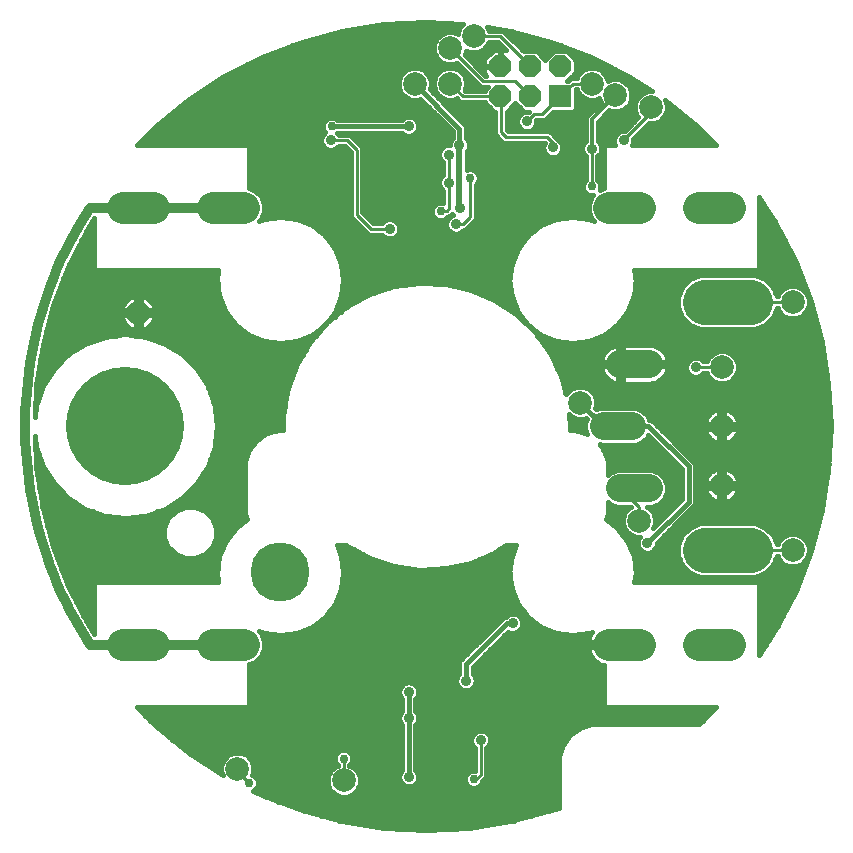
<source format=gbl>
G75*
%MOIN*%
%OFA0B0*%
%FSLAX24Y24*%
%IPPOS*%
%LPD*%
%AMOC8*
5,1,8,0,0,1.08239X$1,22.5*
%
%ADD10C,0.3937*%
%ADD11C,0.0945*%
%ADD12C,0.1502*%
%ADD13R,0.0740X0.0740*%
%ADD14OC8,0.0740*%
%ADD15C,0.1050*%
%ADD16C,0.0787*%
%ADD17C,0.1969*%
%ADD18C,0.0297*%
%ADD19C,0.0354*%
%ADD20C,0.0160*%
%ADD21C,0.0100*%
%ADD22C,0.0200*%
%ADD23C,0.0218*%
%ADD24C,0.0257*%
%ADD25C,0.0240*%
%ADD26C,0.0197*%
%ADD27C,0.0120*%
%ADD28C,0.0320*%
D10*
X003920Y013960D03*
D11*
X019865Y013960D02*
X020810Y013960D01*
X020420Y016026D02*
X021365Y016026D01*
X021365Y011893D02*
X020420Y011893D01*
D12*
X023248Y009826D02*
X024750Y009826D01*
X024750Y018093D02*
X023248Y018093D01*
D13*
X018424Y024956D03*
D14*
X018424Y025956D03*
X017424Y025956D03*
X016424Y025956D03*
X016424Y024956D03*
X017424Y024956D03*
D15*
X020035Y021243D02*
X021085Y021243D01*
X023035Y021243D02*
X024085Y021243D01*
X024085Y006676D02*
X023035Y006676D01*
X021085Y006676D02*
X020035Y006676D01*
X007885Y006676D02*
X006835Y006676D01*
X004885Y006676D02*
X003835Y006676D01*
X003835Y021243D02*
X004885Y021243D01*
X006835Y021243D02*
X007885Y021243D01*
D16*
X004353Y017739D03*
X013566Y025377D03*
X014747Y025377D03*
X014747Y026558D03*
X015534Y026952D03*
X019471Y025377D03*
X020259Y024983D03*
X021440Y024589D03*
X026164Y018093D03*
X023802Y015928D03*
X023802Y013960D03*
X023802Y011991D03*
X026164Y009826D03*
X021046Y010810D03*
X019078Y014747D03*
X007660Y002542D03*
X011204Y002149D03*
D17*
X009090Y009090D03*
D18*
X011204Y002877D03*
X008054Y002070D03*
X015534Y002188D03*
X021680Y010873D03*
X014432Y021125D03*
X015416Y022227D03*
X016912Y022680D03*
X017924Y023975D03*
X018802Y023349D03*
X019471Y021952D03*
X022306Y024215D03*
X020849Y025160D03*
X014247Y025830D03*
X014117Y027089D03*
X010731Y024515D03*
X010802Y023956D03*
X013215Y023463D03*
D19*
X013369Y023960D03*
X013731Y023487D03*
X013365Y024554D03*
X012818Y025818D03*
X011731Y027019D03*
X012747Y027204D03*
X010991Y025719D03*
X010578Y026751D03*
X008834Y024747D03*
X007989Y024111D03*
X008924Y023015D03*
X009353Y022582D03*
X010771Y023487D03*
X013054Y021617D03*
X012739Y020534D03*
X012956Y019826D03*
X013920Y019097D03*
X015141Y020121D03*
X014944Y020692D03*
X014550Y020515D03*
X015064Y021241D03*
X014708Y022070D03*
X014708Y023015D03*
X015062Y023330D03*
X015534Y023586D03*
X016322Y023349D03*
X017306Y024117D03*
X016928Y024448D03*
X015534Y024452D03*
X015416Y025318D03*
X015613Y026263D03*
X017109Y026853D03*
X019196Y026223D03*
X019944Y023818D03*
X020534Y023487D03*
X019471Y023211D03*
X018172Y023251D03*
X016637Y019924D03*
X016361Y018428D03*
X018428Y016243D03*
X019605Y016562D03*
X020790Y017149D03*
X021617Y018802D03*
X022936Y015928D03*
X021656Y014944D03*
X022865Y013853D03*
X021774Y012660D03*
X020593Y013015D03*
X018999Y014007D03*
X019747Y014727D03*
X020274Y011066D03*
X020849Y010141D03*
X021322Y010062D03*
X022227Y009078D03*
X023164Y011015D03*
X025436Y008743D03*
X025278Y007306D03*
X021538Y004235D03*
X019570Y004235D03*
X018113Y004078D03*
X017798Y005219D03*
X016731Y004960D03*
X015790Y003920D03*
X015771Y003487D03*
X014589Y005235D03*
X015278Y005475D03*
X017050Y006794D03*
X016834Y007385D03*
X016007Y007345D03*
X015908Y009274D03*
X013011Y006184D03*
X013369Y005101D03*
X013369Y004235D03*
X011420Y004188D03*
X010952Y003542D03*
X009668Y004353D03*
X008763Y005652D03*
X010554Y006400D03*
X011420Y009471D03*
X006794Y012070D03*
X008743Y014038D03*
X007168Y015259D03*
X007956Y015889D03*
X009393Y015987D03*
X011479Y018389D03*
X011853Y019235D03*
X011105Y020023D03*
X006420Y018881D03*
X005475Y016952D03*
X003487Y017956D03*
X002582Y019885D03*
X001400Y016420D03*
X001400Y011538D03*
X002503Y008428D03*
X005298Y004215D03*
X006515Y002920D03*
X010456Y001873D03*
X011755Y000798D03*
X012306Y001912D03*
X013369Y002267D03*
X013723Y000613D03*
X016058Y000782D03*
X017168Y001794D03*
X018074Y002030D03*
X019137Y006322D03*
X026853Y011282D03*
X027011Y015731D03*
X026026Y019511D03*
X007802Y025530D03*
X006755Y024963D03*
X005731Y024255D03*
D20*
X004437Y004460D02*
X013145Y004460D01*
X013149Y004464D02*
X013100Y004415D01*
X013052Y004298D01*
X013052Y004172D01*
X013100Y004055D01*
X013149Y004007D01*
X013149Y002495D01*
X013100Y002446D01*
X013052Y002330D01*
X013052Y002204D01*
X013100Y002087D01*
X013189Y001998D01*
X013306Y001949D01*
X013432Y001949D01*
X013549Y001998D01*
X013638Y002087D01*
X013686Y002204D01*
X013686Y002330D01*
X013638Y002446D01*
X013589Y002495D01*
X013589Y004007D01*
X013638Y004055D01*
X013686Y004172D01*
X013686Y004298D01*
X013638Y004415D01*
X013589Y004464D01*
X013589Y004873D01*
X013638Y004922D01*
X013686Y005038D01*
X013686Y005164D01*
X013638Y005281D01*
X013549Y005370D01*
X013432Y005418D01*
X013306Y005418D01*
X013189Y005370D01*
X013100Y005281D01*
X013052Y005164D01*
X013052Y005038D01*
X013100Y004922D01*
X013149Y004873D01*
X013149Y004464D01*
X013149Y004618D02*
X008015Y004618D01*
X007993Y004596D02*
X008040Y004643D01*
X008040Y006020D01*
X008261Y006112D01*
X008448Y006299D01*
X008550Y006544D01*
X008550Y006808D01*
X008448Y007053D01*
X008374Y007127D01*
X008545Y007056D01*
X009090Y006985D01*
X009634Y007056D01*
X009634Y007056D01*
X010142Y007267D01*
X010578Y007601D01*
X010578Y007601D01*
X010578Y007601D01*
X010913Y008037D01*
X011123Y008545D01*
X011195Y009090D01*
X011123Y009634D01*
X011123Y009634D01*
X010970Y010004D01*
X011276Y010004D01*
X011323Y009966D01*
X011323Y009966D01*
X012079Y009560D01*
X012895Y009294D01*
X013745Y009179D01*
X014602Y009218D01*
X015438Y009409D01*
X015438Y009409D01*
X016227Y009746D01*
X016618Y010004D01*
X016949Y010004D01*
X016796Y009634D01*
X016725Y009090D01*
X016796Y008545D01*
X017007Y008037D01*
X017341Y007601D01*
X017341Y007601D01*
X017777Y007267D01*
X018285Y007056D01*
X018830Y006985D01*
X019374Y007056D01*
X019467Y007095D01*
X019447Y007069D01*
X019401Y006989D01*
X019366Y006903D01*
X019342Y006814D01*
X019334Y006756D01*
X019880Y006756D01*
X019880Y006596D01*
X019334Y006596D01*
X019342Y006538D01*
X019366Y006449D01*
X019401Y006364D01*
X019447Y006284D01*
X019503Y006210D01*
X019569Y006145D01*
X019642Y006089D01*
X019722Y006042D01*
X019807Y006007D01*
X019880Y005988D01*
X019880Y004643D01*
X019926Y004596D01*
X023619Y004596D01*
X023056Y004033D01*
X019463Y004033D01*
X019073Y003907D01*
X018742Y003666D01*
X018742Y003666D01*
X018742Y003666D01*
X018501Y003334D01*
X018374Y002944D01*
X018374Y001246D01*
X018122Y001149D01*
X016760Y000784D01*
X015367Y000564D01*
X013960Y000490D01*
X012552Y000564D01*
X011159Y000784D01*
X009797Y001149D01*
X008481Y001655D01*
X008178Y001809D01*
X008217Y001825D01*
X008299Y001906D01*
X008342Y002012D01*
X008342Y002127D01*
X008299Y002233D01*
X008217Y002314D01*
X008154Y002340D01*
X008194Y002436D01*
X008194Y002648D01*
X008113Y002845D01*
X007963Y002995D01*
X007766Y003076D01*
X007554Y003076D01*
X007358Y002995D01*
X007208Y002845D01*
X007127Y002648D01*
X007127Y002436D01*
X007171Y002330D01*
X006042Y003062D01*
X004947Y003950D01*
X004300Y004596D01*
X007993Y004596D01*
X008040Y004777D02*
X013149Y004777D01*
X013095Y004935D02*
X008040Y004935D01*
X008040Y005094D02*
X013052Y005094D01*
X013088Y005252D02*
X008040Y005252D01*
X008040Y005411D02*
X013287Y005411D01*
X013451Y005411D02*
X014962Y005411D01*
X014961Y005412D02*
X015010Y005296D01*
X015099Y005206D01*
X015215Y005158D01*
X015342Y005158D01*
X015458Y005206D01*
X015547Y005296D01*
X015596Y005412D01*
X015596Y005538D01*
X015547Y005655D01*
X015498Y005704D01*
X015498Y005935D01*
X016672Y007109D01*
X016770Y007068D01*
X016897Y007068D01*
X017013Y007116D01*
X017102Y007205D01*
X017151Y007322D01*
X017151Y007448D01*
X017102Y007564D01*
X017013Y007654D01*
X016897Y007702D01*
X016770Y007702D01*
X016654Y007654D01*
X016605Y007605D01*
X016546Y007605D01*
X016417Y007476D01*
X015058Y006118D01*
X015058Y005704D01*
X015010Y005655D01*
X014961Y005538D01*
X014961Y005412D01*
X014974Y005569D02*
X008040Y005569D01*
X008040Y005728D02*
X015058Y005728D01*
X015058Y005886D02*
X008040Y005886D01*
X008098Y006045D02*
X015058Y006045D01*
X015144Y006203D02*
X008352Y006203D01*
X008474Y006362D02*
X015302Y006362D01*
X015461Y006520D02*
X008540Y006520D01*
X008550Y006679D02*
X015619Y006679D01*
X015778Y006837D02*
X008538Y006837D01*
X008472Y006996D02*
X009006Y006996D01*
X009090Y006985D02*
X009090Y006985D01*
X009173Y006996D02*
X015936Y006996D01*
X016095Y007154D02*
X009870Y007154D01*
X010142Y007267D02*
X010142Y007267D01*
X010202Y007313D02*
X016253Y007313D01*
X016412Y007471D02*
X010408Y007471D01*
X010600Y007630D02*
X016630Y007630D01*
X016637Y007385D02*
X016834Y007385D01*
X016637Y007385D02*
X015278Y006026D01*
X015278Y005475D01*
X015053Y005252D02*
X013650Y005252D01*
X013686Y005094D02*
X019880Y005094D01*
X019880Y005252D02*
X015504Y005252D01*
X015595Y005411D02*
X019880Y005411D01*
X019880Y005569D02*
X015583Y005569D01*
X015498Y005728D02*
X019880Y005728D01*
X019880Y005886D02*
X015498Y005886D01*
X015608Y006045D02*
X019718Y006045D01*
X019511Y006203D02*
X015766Y006203D01*
X015925Y006362D02*
X019402Y006362D01*
X019346Y006520D02*
X016083Y006520D01*
X016242Y006679D02*
X019880Y006679D01*
X019348Y006837D02*
X016400Y006837D01*
X016559Y006996D02*
X018746Y006996D01*
X018830Y006985D02*
X018830Y006985D01*
X018913Y006996D02*
X019405Y006996D01*
X018285Y007056D02*
X018285Y007056D01*
X018049Y007154D02*
X017051Y007154D01*
X017147Y007313D02*
X017717Y007313D01*
X017777Y007267D02*
X017777Y007267D01*
X017511Y007471D02*
X017141Y007471D01*
X017037Y007630D02*
X017319Y007630D01*
X017198Y007788D02*
X010721Y007788D01*
X010843Y007947D02*
X017076Y007947D01*
X017007Y008037D02*
X017007Y008037D01*
X016978Y008105D02*
X010941Y008105D01*
X010913Y008037D02*
X010913Y008037D01*
X011006Y008264D02*
X016913Y008264D01*
X016847Y008422D02*
X011072Y008422D01*
X011123Y008545D02*
X011123Y008545D01*
X011128Y008581D02*
X016792Y008581D01*
X016796Y008545D02*
X016796Y008545D01*
X016771Y008739D02*
X011148Y008739D01*
X011169Y008898D02*
X016750Y008898D01*
X016729Y009056D02*
X011190Y009056D01*
X011178Y009215D02*
X013485Y009215D01*
X013745Y009179D02*
X013745Y009179D01*
X014528Y009215D02*
X016741Y009215D01*
X016725Y009090D02*
X016725Y009090D01*
X016762Y009373D02*
X015282Y009373D01*
X015725Y009532D02*
X016783Y009532D01*
X016796Y009634D02*
X016796Y009634D01*
X016819Y009690D02*
X016096Y009690D01*
X016227Y009746D02*
X016227Y009746D01*
X016382Y009849D02*
X016885Y009849D01*
X014602Y009218D02*
X014602Y009218D01*
X012895Y009294D02*
X012895Y009294D01*
X012653Y009373D02*
X011157Y009373D01*
X011136Y009532D02*
X012165Y009532D01*
X012079Y009560D02*
X012079Y009560D01*
X011837Y009690D02*
X011100Y009690D01*
X011034Y009849D02*
X011542Y009849D01*
X008545Y007056D02*
X008545Y007056D01*
X007028Y008756D02*
X002926Y008756D01*
X002880Y008709D01*
X002880Y007021D01*
X002633Y007423D01*
X002012Y008642D01*
X001521Y009920D01*
X001167Y011241D01*
X000953Y012593D01*
X000898Y013641D01*
X000939Y013279D01*
X001165Y012633D01*
X001165Y012633D01*
X001530Y012053D01*
X002014Y011569D01*
X002593Y011205D01*
X002593Y011205D01*
X003240Y010978D01*
X003920Y010902D01*
X004601Y010978D01*
X005247Y011205D01*
X005827Y011569D01*
X006311Y012053D01*
X006675Y012633D01*
X006901Y013279D01*
X006901Y013279D01*
X006978Y013960D01*
X006901Y014640D01*
X006675Y015286D01*
X006675Y015286D01*
X006311Y015866D01*
X005827Y016350D01*
X005827Y016350D01*
X005247Y016714D01*
X005247Y016714D01*
X004601Y016941D01*
X004601Y016941D01*
X003920Y017017D01*
X003240Y016941D01*
X003240Y016941D01*
X002593Y016714D01*
X002014Y016350D01*
X002014Y016350D01*
X001530Y015866D01*
X001165Y015286D01*
X000939Y014640D01*
X000939Y014640D01*
X000898Y014278D01*
X000953Y015326D01*
X001167Y016678D01*
X001521Y017999D01*
X002012Y019277D01*
X002633Y020496D01*
X002880Y020898D01*
X002880Y019210D01*
X002926Y019163D01*
X007028Y019163D01*
X006985Y018830D01*
X007056Y018285D01*
X007267Y017777D01*
X007601Y017341D01*
X007601Y017341D01*
X007601Y017341D01*
X008037Y017007D01*
X008545Y016796D01*
X009090Y016725D01*
X009634Y016796D01*
X009634Y016796D01*
X010142Y017007D01*
X010578Y017341D01*
X010578Y017341D01*
X010578Y017341D01*
X010913Y017777D01*
X011123Y018285D01*
X011195Y018830D01*
X011123Y019374D01*
X011123Y019374D01*
X010913Y019882D01*
X010578Y020318D01*
X010578Y020318D01*
X010142Y020653D01*
X009634Y020863D01*
X009090Y020935D01*
X009090Y020935D01*
X008545Y020863D01*
X008374Y020792D01*
X008448Y020866D01*
X008550Y021111D01*
X008550Y021375D01*
X008448Y021620D01*
X008261Y021807D01*
X008040Y021899D01*
X008040Y023276D01*
X007993Y023323D01*
X004300Y023323D01*
X004947Y023969D01*
X006042Y024857D01*
X007225Y025624D01*
X008481Y026265D01*
X009797Y026770D01*
X011159Y027135D01*
X012552Y027355D01*
X013960Y027429D01*
X015192Y027364D01*
X015082Y027254D01*
X015001Y027058D01*
X015001Y027031D01*
X014853Y027092D01*
X014641Y027092D01*
X014445Y027010D01*
X014294Y026860D01*
X014213Y026664D01*
X014213Y026452D01*
X014294Y026256D01*
X014445Y026106D01*
X014641Y026024D01*
X014853Y026024D01*
X014965Y026071D01*
X015771Y025266D01*
X016013Y025266D01*
X015914Y025167D01*
X015914Y025146D01*
X015247Y025146D01*
X015234Y025158D01*
X015281Y025271D01*
X015281Y025483D01*
X015199Y025679D01*
X015049Y025829D01*
X014853Y025911D01*
X014641Y025911D01*
X014445Y025829D01*
X014294Y025679D01*
X014213Y025483D01*
X014213Y025271D01*
X014294Y025075D01*
X014445Y024924D01*
X014641Y024843D01*
X014853Y024843D01*
X014965Y024890D01*
X014978Y024877D01*
X014978Y024877D01*
X015089Y024766D01*
X015914Y024766D01*
X015914Y024744D01*
X016213Y024446D01*
X016250Y024446D01*
X016250Y023684D01*
X016361Y023573D01*
X016519Y023415D01*
X017897Y023415D01*
X017855Y023314D01*
X017855Y023188D01*
X017903Y023071D01*
X017992Y022982D01*
X018109Y022934D01*
X018235Y022934D01*
X018352Y022982D01*
X018441Y023071D01*
X018489Y023188D01*
X018489Y023314D01*
X018441Y023431D01*
X018352Y023520D01*
X018314Y023536D01*
X018165Y023684D01*
X018054Y023795D01*
X016676Y023795D01*
X016630Y023841D01*
X016630Y024446D01*
X016635Y024446D01*
X016924Y024734D01*
X017213Y024446D01*
X017366Y024446D01*
X017354Y024434D01*
X017243Y024434D01*
X017126Y024386D01*
X017037Y024297D01*
X016989Y024180D01*
X016989Y024054D01*
X017037Y023937D01*
X017126Y023848D01*
X017243Y023800D01*
X017369Y023800D01*
X017486Y023848D01*
X017575Y023937D01*
X017623Y024054D01*
X017623Y024163D01*
X017900Y024163D01*
X018012Y024275D01*
X018183Y024446D01*
X018852Y024446D01*
X018934Y024528D01*
X018934Y025187D01*
X018972Y025187D01*
X019019Y025075D01*
X019169Y024924D01*
X019365Y024843D01*
X019577Y024843D01*
X019725Y024904D01*
X019725Y024877D01*
X019767Y024775D01*
X019271Y024279D01*
X019271Y023460D01*
X019202Y023391D01*
X019154Y023275D01*
X019154Y023148D01*
X019202Y023032D01*
X019281Y022953D01*
X019281Y022170D01*
X019227Y022115D01*
X019183Y022009D01*
X019183Y021894D01*
X019227Y021788D01*
X019308Y021707D01*
X019414Y021663D01*
X019514Y021663D01*
X019471Y021620D01*
X019370Y021375D01*
X019370Y021111D01*
X019471Y020866D01*
X019545Y020792D01*
X019374Y020863D01*
X018830Y020935D01*
X018830Y020935D01*
X018285Y020863D01*
X018285Y020863D01*
X017777Y020653D01*
X017341Y020318D01*
X017007Y019882D01*
X016796Y019374D01*
X016725Y018830D01*
X016796Y018285D01*
X017007Y017777D01*
X017341Y017341D01*
X017341Y017341D01*
X017341Y017341D01*
X017777Y017007D01*
X018285Y016796D01*
X018830Y016725D01*
X019374Y016796D01*
X019374Y016796D01*
X019882Y017007D01*
X020318Y017341D01*
X020318Y017341D01*
X020318Y017341D01*
X020653Y017777D01*
X020863Y018285D01*
X020935Y018830D01*
X020891Y019163D01*
X024993Y019163D01*
X025040Y019210D01*
X025040Y021595D01*
X025624Y020694D01*
X026265Y019438D01*
X026770Y018122D01*
X027135Y016760D01*
X027355Y015367D01*
X027429Y013960D01*
X027355Y012552D01*
X027135Y011159D01*
X026770Y009797D01*
X026265Y008481D01*
X025624Y007225D01*
X025040Y006324D01*
X025040Y008709D01*
X024993Y008756D01*
X020891Y008756D01*
X020935Y009090D01*
X020863Y009634D01*
X020863Y009634D01*
X020653Y010142D01*
X020318Y010578D01*
X020318Y010578D01*
X020318Y010578D01*
X019943Y010866D01*
X020002Y011047D01*
X020002Y011445D01*
X020073Y011373D01*
X020298Y011280D01*
X020764Y011280D01*
X020771Y011273D01*
X020744Y011262D01*
X020594Y011112D01*
X020512Y010916D01*
X020512Y010704D01*
X020594Y010508D01*
X020744Y010357D01*
X020940Y010276D01*
X021088Y010276D01*
X021053Y010242D01*
X021005Y010125D01*
X021005Y009999D01*
X021053Y009882D01*
X021142Y009793D01*
X021259Y009745D01*
X021385Y009745D01*
X021501Y009793D01*
X021591Y009882D01*
X021639Y009999D01*
X021639Y010068D01*
X022791Y011220D01*
X022920Y011349D01*
X022920Y012712D01*
X021581Y014051D01*
X021452Y014180D01*
X021382Y014180D01*
X021329Y014306D01*
X021157Y014479D01*
X020932Y014572D01*
X019743Y014572D01*
X019616Y014519D01*
X019577Y014558D01*
X019611Y014641D01*
X019611Y014853D01*
X019530Y015049D01*
X019380Y015199D01*
X019184Y015281D01*
X018971Y015281D01*
X018775Y015199D01*
X018625Y015049D01*
X018612Y015017D01*
X018439Y015641D01*
X018067Y016414D01*
X017563Y017108D01*
X016943Y017701D01*
X016227Y018173D01*
X015438Y018510D01*
X014602Y018701D01*
X013745Y018740D01*
X012895Y018625D01*
X012079Y018359D01*
X012079Y018359D01*
X011323Y017953D01*
X010653Y017418D01*
X010088Y016772D01*
X009648Y016036D01*
X009648Y016036D01*
X009347Y015233D01*
X009347Y015233D01*
X009194Y014388D01*
X009194Y013821D01*
X008960Y013821D01*
X008587Y013700D01*
X008269Y013469D01*
X008269Y013469D01*
X008269Y013469D01*
X008038Y013151D01*
X007917Y012778D01*
X007917Y011047D01*
X007976Y010866D01*
X007601Y010578D01*
X007267Y010142D01*
X007267Y010142D01*
X007056Y009634D01*
X006985Y009090D01*
X007028Y008756D01*
X007010Y008898D02*
X001914Y008898D01*
X001853Y009056D02*
X006989Y009056D01*
X006985Y009090D02*
X006985Y009090D01*
X007001Y009215D02*
X001792Y009215D01*
X001731Y009373D02*
X007022Y009373D01*
X007043Y009532D02*
X001670Y009532D01*
X001610Y009690D02*
X005596Y009690D01*
X005598Y009687D02*
X005914Y009556D01*
X006257Y009556D01*
X006573Y009687D01*
X006815Y009929D01*
X006945Y010245D01*
X006945Y010587D01*
X006815Y010903D01*
X006573Y011145D01*
X006257Y011276D01*
X005914Y011276D01*
X005598Y011145D01*
X005357Y010903D01*
X005226Y010587D01*
X005226Y010245D01*
X005357Y009929D01*
X005598Y009687D01*
X005437Y009849D02*
X001549Y009849D01*
X001498Y010007D02*
X005324Y010007D01*
X005259Y010166D02*
X001456Y010166D01*
X001413Y010324D02*
X005226Y010324D01*
X005226Y010483D02*
X001371Y010483D01*
X001328Y010641D02*
X005248Y010641D01*
X005314Y010800D02*
X001286Y010800D01*
X001243Y010958D02*
X003421Y010958D01*
X003240Y010978D02*
X003240Y010978D01*
X002845Y011117D02*
X001201Y011117D01*
X001162Y011275D02*
X002481Y011275D01*
X002229Y011434D02*
X001137Y011434D01*
X001112Y011592D02*
X001991Y011592D01*
X002014Y011569D02*
X002014Y011569D01*
X001832Y011751D02*
X001087Y011751D01*
X001062Y011909D02*
X001674Y011909D01*
X001530Y012053D02*
X001530Y012053D01*
X001520Y012068D02*
X001036Y012068D01*
X001011Y012226D02*
X001421Y012226D01*
X001321Y012385D02*
X000986Y012385D01*
X000961Y012543D02*
X001222Y012543D01*
X001141Y012702D02*
X000948Y012702D01*
X000939Y012860D02*
X001086Y012860D01*
X001030Y013019D02*
X000931Y013019D01*
X000923Y013177D02*
X000975Y013177D01*
X000939Y013279D02*
X000939Y013279D01*
X000933Y013336D02*
X000914Y013336D01*
X000906Y013494D02*
X000915Y013494D01*
X000899Y014287D02*
X000899Y014287D01*
X000907Y014445D02*
X000917Y014445D01*
X000915Y014604D02*
X000935Y014604D01*
X000924Y014762D02*
X000982Y014762D01*
X000932Y014921D02*
X001037Y014921D01*
X001093Y015079D02*
X000940Y015079D01*
X000949Y015238D02*
X001148Y015238D01*
X001165Y015286D02*
X001165Y015286D01*
X001234Y015396D02*
X000964Y015396D01*
X000989Y015555D02*
X001334Y015555D01*
X001433Y015713D02*
X001015Y015713D01*
X001040Y015872D02*
X001535Y015872D01*
X001530Y015866D02*
X001530Y015866D01*
X001694Y016030D02*
X001065Y016030D01*
X001090Y016189D02*
X001852Y016189D01*
X002011Y016347D02*
X001115Y016347D01*
X001140Y016506D02*
X002261Y016506D01*
X002513Y016664D02*
X001165Y016664D01*
X001206Y016823D02*
X002902Y016823D01*
X002593Y016714D02*
X002593Y016714D01*
X003598Y016981D02*
X001249Y016981D01*
X001291Y017140D02*
X007864Y017140D01*
X008037Y017007D02*
X008037Y017007D01*
X008099Y016981D02*
X004242Y016981D01*
X004273Y017171D02*
X004219Y017179D01*
X004133Y017207D01*
X004053Y017248D01*
X003979Y017301D01*
X003916Y017365D01*
X003863Y017438D01*
X003822Y017519D01*
X003794Y017605D01*
X003785Y017659D01*
X004273Y017659D01*
X004273Y017819D01*
X003785Y017819D01*
X003794Y017873D01*
X003822Y017959D01*
X003863Y018040D01*
X003916Y018113D01*
X003979Y018177D01*
X004053Y018230D01*
X004133Y018271D01*
X004219Y018299D01*
X004273Y018307D01*
X004273Y017819D01*
X004433Y017819D01*
X004433Y018307D01*
X004488Y018299D01*
X004573Y018271D01*
X004654Y018230D01*
X004727Y018177D01*
X004791Y018113D01*
X004844Y018040D01*
X004885Y017959D01*
X004913Y017873D01*
X004921Y017819D01*
X004433Y017819D01*
X004433Y017659D01*
X004433Y017171D01*
X004488Y017179D01*
X004573Y017207D01*
X004654Y017248D01*
X004727Y017301D01*
X004791Y017365D01*
X004844Y017438D01*
X004885Y017519D01*
X004913Y017605D01*
X004921Y017659D01*
X004433Y017659D01*
X004273Y017659D01*
X004273Y017171D01*
X004273Y017298D02*
X004433Y017298D01*
X004433Y017457D02*
X004273Y017457D01*
X004273Y017615D02*
X004433Y017615D01*
X004433Y017774D02*
X007269Y017774D01*
X007267Y017777D02*
X007267Y017777D01*
X007202Y017932D02*
X004894Y017932D01*
X004807Y018091D02*
X007137Y018091D01*
X007071Y018249D02*
X004616Y018249D01*
X004433Y018249D02*
X004273Y018249D01*
X004273Y018091D02*
X004433Y018091D01*
X004433Y017932D02*
X004273Y017932D01*
X004273Y017774D02*
X001461Y017774D01*
X001503Y017932D02*
X003813Y017932D01*
X003899Y018091D02*
X001556Y018091D01*
X001617Y018249D02*
X004090Y018249D01*
X003792Y017615D02*
X001418Y017615D01*
X001376Y017457D02*
X003853Y017457D01*
X003984Y017298D02*
X001334Y017298D01*
X001678Y018408D02*
X007040Y018408D01*
X007056Y018285D02*
X007056Y018285D01*
X007019Y018566D02*
X001739Y018566D01*
X001800Y018725D02*
X006998Y018725D01*
X006985Y018830D02*
X006985Y018830D01*
X006992Y018883D02*
X001861Y018883D01*
X001922Y019042D02*
X007012Y019042D01*
X007391Y017615D02*
X004914Y017615D01*
X004853Y017457D02*
X007512Y017457D01*
X007657Y017298D02*
X004722Y017298D01*
X004938Y016823D02*
X008481Y016823D01*
X008545Y016796D02*
X008545Y016796D01*
X009090Y016725D02*
X009090Y016725D01*
X009698Y016823D02*
X010132Y016823D01*
X010088Y016772D02*
X010088Y016772D01*
X010024Y016664D02*
X005327Y016664D01*
X005579Y016506D02*
X009929Y016506D01*
X009834Y016347D02*
X005830Y016347D01*
X005988Y016189D02*
X009740Y016189D01*
X009646Y016030D02*
X006147Y016030D01*
X006305Y015872D02*
X009587Y015872D01*
X009527Y015713D02*
X006407Y015713D01*
X006311Y015866D02*
X006311Y015866D01*
X006507Y015555D02*
X009468Y015555D01*
X009408Y015396D02*
X006606Y015396D01*
X006692Y015238D02*
X009349Y015238D01*
X009319Y015079D02*
X006748Y015079D01*
X006803Y014921D02*
X009290Y014921D01*
X009262Y014762D02*
X006859Y014762D01*
X006901Y014640D02*
X006901Y014640D01*
X006905Y014604D02*
X009233Y014604D01*
X009204Y014445D02*
X006923Y014445D01*
X006941Y014287D02*
X009194Y014287D01*
X009194Y014128D02*
X006959Y014128D01*
X006977Y013970D02*
X009194Y013970D01*
X008930Y013811D02*
X006961Y013811D01*
X006943Y013653D02*
X008522Y013653D01*
X008587Y013700D02*
X008587Y013700D01*
X008304Y013494D02*
X006925Y013494D01*
X006908Y013336D02*
X008172Y013336D01*
X008057Y013177D02*
X006866Y013177D01*
X006810Y013019D02*
X007995Y013019D01*
X008038Y013151D02*
X008038Y013151D01*
X007944Y012860D02*
X006755Y012860D01*
X006699Y012702D02*
X007917Y012702D01*
X007917Y012543D02*
X006619Y012543D01*
X006519Y012385D02*
X007917Y012385D01*
X007917Y012226D02*
X006419Y012226D01*
X006320Y012068D02*
X007917Y012068D01*
X007917Y011909D02*
X006167Y011909D01*
X006008Y011751D02*
X007917Y011751D01*
X007917Y011592D02*
X005850Y011592D01*
X005827Y011569D02*
X005827Y011569D01*
X005611Y011434D02*
X007917Y011434D01*
X007917Y011275D02*
X006259Y011275D01*
X006601Y011117D02*
X007917Y011117D01*
X007946Y010958D02*
X006760Y010958D01*
X006858Y010800D02*
X007890Y010800D01*
X007683Y010641D02*
X006923Y010641D01*
X006945Y010483D02*
X007528Y010483D01*
X007601Y010578D02*
X007601Y010578D01*
X007406Y010324D02*
X006945Y010324D01*
X006912Y010166D02*
X007285Y010166D01*
X007211Y010007D02*
X006847Y010007D01*
X006734Y009849D02*
X007145Y009849D01*
X007079Y009690D02*
X006575Y009690D01*
X007056Y009634D02*
X007056Y009634D01*
X005570Y011117D02*
X004995Y011117D01*
X005359Y011275D02*
X005912Y011275D01*
X005411Y010958D02*
X004419Y010958D01*
X004601Y010978D02*
X004601Y010978D01*
X003920Y010902D02*
X003920Y010902D01*
X002909Y008739D02*
X001975Y008739D01*
X002043Y008581D02*
X002880Y008581D01*
X002880Y008422D02*
X002124Y008422D01*
X002205Y008264D02*
X002880Y008264D01*
X002880Y008105D02*
X002286Y008105D01*
X002366Y007947D02*
X002880Y007947D01*
X002880Y007788D02*
X002447Y007788D01*
X002528Y007630D02*
X002880Y007630D01*
X002880Y007471D02*
X002609Y007471D01*
X002701Y007313D02*
X002880Y007313D01*
X002880Y007154D02*
X002798Y007154D01*
X004595Y004301D02*
X013053Y004301D01*
X013064Y004143D02*
X004754Y004143D01*
X004912Y003984D02*
X013149Y003984D01*
X013149Y003826D02*
X005100Y003826D01*
X005296Y003667D02*
X013149Y003667D01*
X013149Y003509D02*
X005492Y003509D01*
X005687Y003350D02*
X013149Y003350D01*
X013149Y003192D02*
X005883Y003192D01*
X006088Y003033D02*
X007451Y003033D01*
X007238Y002875D02*
X006332Y002875D01*
X006576Y002716D02*
X007155Y002716D01*
X007127Y002558D02*
X006820Y002558D01*
X007064Y002399D02*
X007142Y002399D01*
X007870Y003033D02*
X010956Y003033D01*
X010959Y003040D02*
X010915Y002934D01*
X010915Y002819D01*
X010959Y002713D01*
X011014Y002659D01*
X011014Y002647D01*
X010901Y002601D01*
X010751Y002451D01*
X010670Y002255D01*
X010670Y002042D01*
X010751Y001846D01*
X010901Y001696D01*
X011097Y001615D01*
X011310Y001615D01*
X011506Y001696D01*
X011656Y001846D01*
X011737Y002042D01*
X011737Y002255D01*
X011656Y002451D01*
X011506Y002601D01*
X011394Y002647D01*
X011394Y002659D01*
X011448Y002713D01*
X011492Y002819D01*
X011492Y002934D01*
X011448Y003040D01*
X011367Y003121D01*
X011261Y003165D01*
X011146Y003165D01*
X011040Y003121D01*
X010959Y003040D01*
X010915Y002875D02*
X008083Y002875D01*
X008166Y002716D02*
X010958Y002716D01*
X010858Y002558D02*
X008194Y002558D01*
X008179Y002399D02*
X010730Y002399D01*
X010670Y002241D02*
X008291Y002241D01*
X008342Y002082D02*
X010670Y002082D01*
X010719Y001924D02*
X008306Y001924D01*
X008264Y001765D02*
X010832Y001765D01*
X011575Y001765D02*
X018374Y001765D01*
X018374Y001607D02*
X008606Y001607D01*
X009019Y001448D02*
X018374Y001448D01*
X018374Y001290D02*
X009432Y001290D01*
X009865Y001131D02*
X018054Y001131D01*
X017462Y000973D02*
X010457Y000973D01*
X011048Y000814D02*
X016871Y000814D01*
X015947Y000656D02*
X011973Y000656D01*
X011688Y001924D02*
X015419Y001924D01*
X015371Y001943D02*
X015477Y001899D01*
X015592Y001899D01*
X015698Y001943D01*
X015779Y002024D01*
X015822Y002128D01*
X015849Y002155D01*
X015961Y002267D01*
X015961Y003229D01*
X016039Y003307D01*
X016088Y003424D01*
X016088Y003550D01*
X016039Y003667D01*
X018743Y003667D01*
X018627Y003509D02*
X016088Y003509D01*
X016057Y003350D02*
X018512Y003350D01*
X018501Y003334D02*
X018501Y003334D01*
X018454Y003192D02*
X015961Y003192D01*
X015961Y003033D02*
X018403Y003033D01*
X018374Y002875D02*
X015961Y002875D01*
X015961Y002716D02*
X018374Y002716D01*
X018374Y002558D02*
X015961Y002558D01*
X015961Y002399D02*
X018374Y002399D01*
X018374Y002241D02*
X015934Y002241D01*
X015803Y002082D02*
X018374Y002082D01*
X018374Y001924D02*
X015650Y001924D01*
X015371Y001943D02*
X015290Y002024D01*
X015246Y002131D01*
X015246Y002245D01*
X015290Y002351D01*
X015371Y002432D01*
X015477Y002476D01*
X015581Y002476D01*
X015581Y003229D01*
X015502Y003307D01*
X015453Y003424D01*
X015453Y003550D01*
X015502Y003667D01*
X013589Y003667D01*
X013589Y003509D02*
X015453Y003509D01*
X015484Y003350D02*
X013589Y003350D01*
X013589Y003192D02*
X015581Y003192D01*
X015581Y003033D02*
X013589Y003033D01*
X013589Y002875D02*
X015581Y002875D01*
X015581Y002716D02*
X013589Y002716D01*
X013589Y002558D02*
X015581Y002558D01*
X015338Y002399D02*
X013657Y002399D01*
X013686Y002241D02*
X015246Y002241D01*
X015266Y002082D02*
X013633Y002082D01*
X013369Y002267D02*
X013369Y004235D01*
X013369Y005101D01*
X013643Y004935D02*
X019880Y004935D01*
X019880Y004777D02*
X013589Y004777D01*
X013589Y004618D02*
X019904Y004618D01*
X019311Y003984D02*
X013589Y003984D01*
X013589Y003826D02*
X018962Y003826D01*
X019073Y003907D02*
X019073Y003907D01*
X016039Y003667D02*
X015950Y003756D01*
X015834Y003804D01*
X015707Y003804D01*
X015591Y003756D01*
X015502Y003667D01*
X013674Y004143D02*
X023165Y004143D01*
X023324Y004301D02*
X013685Y004301D01*
X013593Y004460D02*
X023482Y004460D01*
X025040Y006362D02*
X025064Y006362D01*
X025040Y006520D02*
X025167Y006520D01*
X025270Y006679D02*
X025040Y006679D01*
X025040Y006837D02*
X025373Y006837D01*
X025476Y006996D02*
X025040Y006996D01*
X025040Y007154D02*
X025579Y007154D01*
X025669Y007313D02*
X025040Y007313D01*
X025040Y007471D02*
X025750Y007471D01*
X025831Y007630D02*
X025040Y007630D01*
X025040Y007788D02*
X025911Y007788D01*
X025992Y007947D02*
X025040Y007947D01*
X025040Y008105D02*
X026073Y008105D01*
X026154Y008264D02*
X025040Y008264D01*
X025040Y008422D02*
X026235Y008422D01*
X026303Y008581D02*
X025040Y008581D01*
X025010Y008739D02*
X026364Y008739D01*
X026424Y008898D02*
X020909Y008898D01*
X020930Y009056D02*
X022777Y009056D01*
X022743Y009070D02*
X023070Y008934D01*
X024927Y008934D01*
X025255Y009070D01*
X025506Y009321D01*
X025636Y009636D01*
X025665Y009636D01*
X025712Y009523D01*
X025862Y009373D01*
X026058Y009292D01*
X026270Y009292D01*
X026467Y009373D01*
X026617Y009523D01*
X026698Y009720D01*
X026698Y009932D01*
X026617Y010128D01*
X026467Y010278D01*
X026270Y010359D01*
X026058Y010359D01*
X025862Y010278D01*
X025712Y010128D01*
X025665Y010016D01*
X025636Y010016D01*
X025506Y010330D01*
X025255Y010581D01*
X024927Y010717D01*
X023070Y010717D01*
X022743Y010581D01*
X022492Y010330D01*
X022357Y010003D01*
X022357Y009648D01*
X022492Y009321D01*
X022743Y009070D01*
X022599Y009215D02*
X020918Y009215D01*
X020897Y009373D02*
X022471Y009373D01*
X022405Y009532D02*
X020876Y009532D01*
X020840Y009690D02*
X022357Y009690D01*
X022357Y009849D02*
X021557Y009849D01*
X021639Y010007D02*
X022358Y010007D01*
X022424Y010166D02*
X021736Y010166D01*
X021895Y010324D02*
X022490Y010324D01*
X022644Y010483D02*
X022053Y010483D01*
X022212Y010641D02*
X022887Y010641D01*
X022687Y011117D02*
X027123Y011117D01*
X027153Y011275D02*
X022846Y011275D01*
X022920Y011434D02*
X023661Y011434D01*
X023668Y011431D02*
X023722Y011423D01*
X023722Y011911D01*
X023234Y011911D01*
X023242Y011857D01*
X023270Y011771D01*
X023311Y011690D01*
X023364Y011617D01*
X023428Y011553D01*
X023501Y011500D01*
X023582Y011459D01*
X023668Y011431D01*
X023722Y011434D02*
X023882Y011434D01*
X023882Y011423D02*
X023936Y011431D01*
X024022Y011459D01*
X024103Y011500D01*
X024176Y011553D01*
X024240Y011617D01*
X024293Y011690D01*
X024334Y011771D01*
X024362Y011857D01*
X024370Y011911D01*
X023882Y011911D01*
X023882Y011423D01*
X023943Y011434D02*
X027178Y011434D01*
X027203Y011592D02*
X024214Y011592D01*
X024323Y011751D02*
X027228Y011751D01*
X027253Y011909D02*
X024370Y011909D01*
X024370Y012071D02*
X024362Y012125D01*
X024334Y012211D01*
X024293Y012292D01*
X024240Y012365D01*
X024176Y012429D01*
X024103Y012482D01*
X024022Y012523D01*
X023936Y012551D01*
X023882Y012559D01*
X023882Y012071D01*
X023722Y012071D01*
X023722Y011911D01*
X023882Y011911D01*
X023882Y012071D01*
X024370Y012071D01*
X024326Y012226D02*
X027304Y012226D01*
X027329Y012385D02*
X024220Y012385D01*
X023960Y012543D02*
X027354Y012543D01*
X027355Y012552D02*
X027355Y012552D01*
X027363Y012702D02*
X022920Y012702D01*
X022920Y012543D02*
X023644Y012543D01*
X023668Y012551D02*
X023582Y012523D01*
X023501Y012482D01*
X023428Y012429D01*
X023364Y012365D01*
X023311Y012292D01*
X023270Y012211D01*
X023242Y012125D01*
X023234Y012071D01*
X023722Y012071D01*
X023722Y012559D01*
X023668Y012551D01*
X023722Y012543D02*
X023882Y012543D01*
X023882Y012385D02*
X023722Y012385D01*
X023722Y012226D02*
X023882Y012226D01*
X023882Y012068D02*
X027279Y012068D01*
X027371Y012860D02*
X022772Y012860D01*
X022613Y013019D02*
X027380Y013019D01*
X027388Y013177D02*
X022455Y013177D01*
X022296Y013336D02*
X027396Y013336D01*
X027405Y013494D02*
X024137Y013494D01*
X024103Y013469D02*
X024176Y013522D01*
X024240Y013586D01*
X024293Y013659D01*
X024334Y013739D01*
X024362Y013825D01*
X024370Y013880D01*
X023882Y013880D01*
X023882Y014040D01*
X023722Y014040D01*
X023722Y014528D01*
X023668Y014519D01*
X023582Y014491D01*
X023501Y014450D01*
X023428Y014397D01*
X023364Y014333D01*
X023311Y014260D01*
X023270Y014180D01*
X023242Y014094D01*
X023234Y014040D01*
X023722Y014040D01*
X023722Y013880D01*
X023234Y013880D01*
X023242Y013825D01*
X023270Y013739D01*
X023311Y013659D01*
X023364Y013586D01*
X023428Y013522D01*
X023501Y013469D01*
X023582Y013428D01*
X023668Y013400D01*
X023722Y013391D01*
X023722Y013880D01*
X023882Y013880D01*
X023882Y013391D01*
X023936Y013400D01*
X024022Y013428D01*
X024103Y013469D01*
X023882Y013494D02*
X023722Y013494D01*
X023722Y013653D02*
X023882Y013653D01*
X023882Y013811D02*
X023722Y013811D01*
X023722Y013970D02*
X021662Y013970D01*
X021504Y014128D02*
X023254Y014128D01*
X023330Y014287D02*
X021337Y014287D01*
X021191Y014445D02*
X023494Y014445D01*
X023722Y014445D02*
X023882Y014445D01*
X023882Y014528D02*
X023882Y014040D01*
X024370Y014040D01*
X024362Y014094D01*
X024334Y014180D01*
X024293Y014260D01*
X024240Y014333D01*
X024176Y014397D01*
X024103Y014450D01*
X024022Y014491D01*
X023936Y014519D01*
X023882Y014528D01*
X023882Y014287D02*
X023722Y014287D01*
X023722Y014128D02*
X023882Y014128D01*
X023882Y013970D02*
X027429Y013970D01*
X027420Y014128D02*
X024351Y014128D01*
X024274Y014287D02*
X027412Y014287D01*
X027404Y014445D02*
X024110Y014445D01*
X024357Y013811D02*
X027421Y013811D01*
X027413Y013653D02*
X024288Y013653D01*
X023467Y013494D02*
X022138Y013494D01*
X021979Y013653D02*
X023316Y013653D01*
X023247Y013811D02*
X021821Y013811D01*
X021515Y013494D02*
X021211Y013494D01*
X021157Y013440D02*
X021329Y013613D01*
X021349Y013661D01*
X022480Y012530D01*
X022480Y011531D01*
X021528Y010580D01*
X021580Y010704D01*
X021580Y010916D01*
X021499Y011112D01*
X021348Y011262D01*
X021306Y011280D01*
X021487Y011280D01*
X021712Y011373D01*
X021884Y011546D01*
X021977Y011771D01*
X021977Y012014D01*
X021884Y012240D01*
X021712Y012412D01*
X021487Y012505D01*
X020298Y012505D01*
X020073Y012412D01*
X020002Y012340D01*
X020002Y012778D01*
X019881Y013151D01*
X019736Y013350D01*
X019743Y013347D01*
X020932Y013347D01*
X021157Y013440D01*
X021346Y013653D02*
X021357Y013653D01*
X021674Y013336D02*
X019747Y013336D01*
X019862Y013177D02*
X021832Y013177D01*
X021991Y013019D02*
X019924Y013019D01*
X019881Y013151D02*
X019881Y013151D01*
X019975Y012860D02*
X022149Y012860D01*
X022308Y012702D02*
X020002Y012702D01*
X020002Y012543D02*
X022466Y012543D01*
X022480Y012385D02*
X021739Y012385D01*
X021890Y012226D02*
X022480Y012226D01*
X022480Y012068D02*
X021955Y012068D01*
X021977Y011909D02*
X022480Y011909D01*
X022480Y011751D02*
X021969Y011751D01*
X021903Y011592D02*
X022480Y011592D01*
X022382Y011434D02*
X021772Y011434D01*
X021494Y011117D02*
X022065Y011117D01*
X022224Y011275D02*
X021318Y011275D01*
X021562Y010958D02*
X021907Y010958D01*
X021748Y010800D02*
X021580Y010800D01*
X021590Y010641D02*
X021554Y010641D01*
X021322Y010062D02*
X022700Y011440D01*
X022700Y012621D01*
X021361Y013960D01*
X019865Y013960D01*
X019078Y014747D01*
X019266Y014247D02*
X019305Y014208D01*
X019253Y014081D01*
X019253Y013838D01*
X019306Y013708D01*
X018959Y013821D01*
X018732Y013821D01*
X018745Y013960D01*
X018708Y014361D01*
X018775Y014294D01*
X018971Y014213D01*
X019184Y014213D01*
X019266Y014247D01*
X019272Y014128D02*
X018729Y014128D01*
X018715Y014287D02*
X018795Y014287D01*
X018744Y013970D02*
X019253Y013970D01*
X019264Y013811D02*
X018989Y013811D01*
X019596Y014604D02*
X027395Y014604D01*
X027387Y014762D02*
X019611Y014762D01*
X019583Y014921D02*
X027379Y014921D01*
X027370Y015079D02*
X019500Y015079D01*
X019288Y015238D02*
X027362Y015238D01*
X027351Y015396D02*
X023912Y015396D01*
X023908Y015394D02*
X024104Y015476D01*
X024254Y015626D01*
X024336Y015822D01*
X024336Y016034D01*
X024254Y016230D01*
X024104Y016380D01*
X023908Y016462D01*
X023696Y016462D01*
X023500Y016380D01*
X023350Y016230D01*
X023303Y016118D01*
X023194Y016118D01*
X023116Y016197D01*
X022999Y016245D01*
X022873Y016245D01*
X022756Y016197D01*
X022667Y016108D01*
X022619Y015991D01*
X022619Y015865D01*
X022667Y015748D01*
X022756Y015659D01*
X022873Y015611D01*
X022999Y015611D01*
X023116Y015659D01*
X023194Y015738D01*
X023303Y015738D01*
X023350Y015626D01*
X023500Y015476D01*
X023696Y015394D01*
X023908Y015394D01*
X023692Y015396D02*
X021533Y015396D01*
X021493Y015385D02*
X021575Y015407D01*
X021654Y015440D01*
X021728Y015483D01*
X021796Y015535D01*
X021857Y015595D01*
X021909Y015663D01*
X021951Y015737D01*
X021984Y015816D01*
X022006Y015899D01*
X022013Y015949D01*
X020498Y015949D01*
X020498Y016104D01*
X022013Y016104D01*
X022006Y016154D01*
X021984Y016237D01*
X021951Y016316D01*
X021909Y016390D01*
X021857Y016458D01*
X021796Y016518D01*
X021728Y016570D01*
X021654Y016613D01*
X021575Y016646D01*
X021493Y016668D01*
X021408Y016679D01*
X020498Y016679D01*
X020498Y016104D01*
X020343Y016104D01*
X020343Y016674D01*
X020293Y016668D01*
X020210Y016646D01*
X020131Y016613D01*
X020057Y016570D01*
X019989Y016518D01*
X019929Y016458D01*
X019877Y016390D01*
X019834Y016316D01*
X019801Y016237D01*
X019779Y016154D01*
X019772Y016104D01*
X020343Y016104D01*
X020343Y015949D01*
X020498Y015949D01*
X020498Y015374D01*
X021408Y015374D01*
X021493Y015385D01*
X021816Y015555D02*
X023421Y015555D01*
X023313Y015713D02*
X023169Y015713D01*
X023124Y016189D02*
X023332Y016189D01*
X023466Y016347D02*
X021933Y016347D01*
X021997Y016189D02*
X022748Y016189D01*
X022635Y016030D02*
X020498Y016030D01*
X020343Y016030D02*
X018252Y016030D01*
X018328Y015872D02*
X019786Y015872D01*
X019779Y015899D02*
X019801Y015816D01*
X019834Y015737D01*
X019877Y015663D01*
X019929Y015595D01*
X019989Y015535D01*
X020057Y015483D01*
X020131Y015440D01*
X020210Y015407D01*
X020293Y015385D01*
X020343Y015379D01*
X020343Y015949D01*
X019772Y015949D01*
X019779Y015899D01*
X019848Y015713D02*
X018405Y015713D01*
X018439Y015641D02*
X018439Y015641D01*
X018463Y015555D02*
X019969Y015555D01*
X020252Y015396D02*
X018507Y015396D01*
X018551Y015238D02*
X018867Y015238D01*
X018655Y015079D02*
X018594Y015079D01*
X018176Y016189D02*
X019788Y016189D01*
X019852Y016347D02*
X018099Y016347D01*
X018067Y016414D02*
X018067Y016414D01*
X018001Y016506D02*
X019977Y016506D01*
X020279Y016664D02*
X017885Y016664D01*
X017770Y016823D02*
X018221Y016823D01*
X018285Y016796D02*
X018285Y016796D01*
X017839Y016981D02*
X017655Y016981D01*
X017777Y017007D02*
X017777Y017007D01*
X017604Y017140D02*
X017530Y017140D01*
X017563Y017108D02*
X017563Y017108D01*
X017397Y017298D02*
X017364Y017298D01*
X017252Y017457D02*
X017198Y017457D01*
X017131Y017615D02*
X017032Y017615D01*
X017009Y017774D02*
X016832Y017774D01*
X017007Y017777D02*
X017007Y017777D01*
X016942Y017932D02*
X016592Y017932D01*
X016352Y018091D02*
X016877Y018091D01*
X016811Y018249D02*
X016050Y018249D01*
X015679Y018408D02*
X016780Y018408D01*
X016796Y018285D02*
X016796Y018285D01*
X016759Y018566D02*
X015194Y018566D01*
X014083Y018725D02*
X016738Y018725D01*
X016725Y018830D02*
X016725Y018830D01*
X016732Y018883D02*
X011187Y018883D01*
X011181Y018725D02*
X013633Y018725D01*
X013745Y018740D02*
X013745Y018740D01*
X012895Y018625D02*
X012895Y018625D01*
X012715Y018566D02*
X011160Y018566D01*
X011139Y018408D02*
X012227Y018408D01*
X011874Y018249D02*
X011108Y018249D01*
X011123Y018285D02*
X011123Y018285D01*
X011042Y018091D02*
X011579Y018091D01*
X011323Y017953D02*
X011323Y017953D01*
X011297Y017932D02*
X010977Y017932D01*
X010913Y017777D02*
X010913Y017777D01*
X010910Y017774D02*
X011098Y017774D01*
X010900Y017615D02*
X010788Y017615D01*
X010701Y017457D02*
X010667Y017457D01*
X010653Y017418D02*
X010653Y017418D01*
X010653Y017418D01*
X010548Y017298D02*
X010522Y017298D01*
X010409Y017140D02*
X010315Y017140D01*
X010271Y016981D02*
X010080Y016981D01*
X010142Y017007D02*
X010142Y017007D01*
X011167Y019042D02*
X016752Y019042D01*
X016773Y019200D02*
X011146Y019200D01*
X011125Y019359D02*
X016794Y019359D01*
X016796Y019374D02*
X016796Y019374D01*
X016855Y019517D02*
X011064Y019517D01*
X010998Y019676D02*
X016921Y019676D01*
X016987Y019834D02*
X010932Y019834D01*
X010913Y019882D02*
X010913Y019882D01*
X010828Y019993D02*
X017091Y019993D01*
X017007Y019882D02*
X017007Y019882D01*
X017213Y020151D02*
X010706Y020151D01*
X010584Y020310D02*
X012515Y020310D01*
X012481Y020344D02*
X012559Y020265D01*
X012676Y020217D01*
X012802Y020217D01*
X012919Y020265D01*
X013008Y020355D01*
X013056Y020471D01*
X013056Y020597D01*
X013008Y020714D01*
X012919Y020803D01*
X012802Y020851D01*
X012676Y020851D01*
X012559Y020803D01*
X012481Y020724D01*
X012188Y020724D01*
X011827Y021085D01*
X011827Y023251D01*
X011512Y023566D01*
X011400Y023677D01*
X011029Y023677D01*
X010980Y023726D01*
X010990Y023736D01*
X013144Y023736D01*
X013189Y023691D01*
X013306Y023642D01*
X013432Y023642D01*
X013549Y023691D01*
X013638Y023780D01*
X013686Y023896D01*
X013686Y024023D01*
X013638Y024139D01*
X013549Y024228D01*
X013432Y024277D01*
X013306Y024277D01*
X013189Y024228D01*
X013136Y024176D01*
X010990Y024176D01*
X010965Y024200D01*
X010859Y024244D01*
X010745Y024244D01*
X010639Y024200D01*
X010558Y024119D01*
X010514Y024013D01*
X010514Y023898D01*
X010558Y023792D01*
X010593Y023757D01*
X010591Y023756D01*
X010502Y023667D01*
X010453Y023550D01*
X010453Y023424D01*
X010502Y023307D01*
X010591Y023218D01*
X010707Y023170D01*
X010834Y023170D01*
X010950Y023218D01*
X011029Y023297D01*
X011243Y023297D01*
X011447Y023093D01*
X011447Y020928D01*
X011558Y020817D01*
X011919Y020456D01*
X011919Y020456D01*
X012030Y020344D01*
X012481Y020344D01*
X012963Y020310D02*
X017335Y020310D01*
X017341Y020318D02*
X017341Y020318D01*
X017341Y020318D01*
X017537Y020468D02*
X015169Y020468D01*
X015202Y020502D02*
X015259Y020502D01*
X015606Y020849D01*
X015606Y022009D01*
X015661Y022064D01*
X015705Y022170D01*
X015705Y022285D01*
X015661Y022391D01*
X015580Y022472D01*
X015474Y022516D01*
X015359Y022516D01*
X015300Y022491D01*
X015300Y023119D01*
X015331Y023150D01*
X015379Y023267D01*
X015379Y023393D01*
X015331Y023509D01*
X015282Y023558D01*
X015282Y023972D01*
X015153Y024101D01*
X014065Y025188D01*
X014100Y025271D01*
X014100Y025483D01*
X014018Y025679D01*
X013868Y025829D01*
X013672Y025911D01*
X013460Y025911D01*
X013264Y025829D01*
X013113Y025679D01*
X013032Y025483D01*
X013032Y025271D01*
X013113Y025075D01*
X013264Y024924D01*
X013460Y024843D01*
X013672Y024843D01*
X013754Y024877D01*
X014842Y023790D01*
X014842Y023558D01*
X014793Y023509D01*
X014745Y023393D01*
X014745Y023332D01*
X014644Y023332D01*
X014528Y023284D01*
X014439Y023194D01*
X014390Y023078D01*
X014390Y022952D01*
X014439Y022835D01*
X014518Y022756D01*
X014518Y022328D01*
X014439Y022249D01*
X014390Y022133D01*
X014390Y022007D01*
X014439Y021890D01*
X014518Y021811D01*
X014518Y021402D01*
X014489Y021413D01*
X014375Y021413D01*
X014269Y021369D01*
X014187Y021288D01*
X014144Y021182D01*
X014144Y021068D01*
X014187Y020962D01*
X014269Y020880D01*
X014375Y020836D01*
X014489Y020836D01*
X014595Y020880D01*
X014650Y020935D01*
X014708Y020935D01*
X014722Y020950D01*
X014743Y020954D01*
X014776Y021004D01*
X014814Y021042D01*
X014857Y020999D01*
X014764Y020961D01*
X014675Y020871D01*
X014627Y020755D01*
X014627Y020629D01*
X014675Y020512D01*
X014764Y020423D01*
X014881Y020375D01*
X015007Y020375D01*
X015123Y020423D01*
X015202Y020502D01*
X015383Y020627D02*
X017743Y020627D01*
X017777Y020653D02*
X017777Y020653D01*
X018097Y020785D02*
X015542Y020785D01*
X015606Y020944D02*
X019439Y020944D01*
X019374Y020863D02*
X019374Y020863D01*
X019373Y021102D02*
X015606Y021102D01*
X015606Y021261D02*
X019370Y021261D01*
X019388Y021419D02*
X015606Y021419D01*
X015606Y021578D02*
X019453Y021578D01*
X019279Y021736D02*
X015606Y021736D01*
X015606Y021895D02*
X019183Y021895D01*
X019201Y022053D02*
X015650Y022053D01*
X015705Y022212D02*
X019281Y022212D01*
X019281Y022370D02*
X015669Y022370D01*
X015300Y022529D02*
X019281Y022529D01*
X019281Y022687D02*
X015300Y022687D01*
X015300Y022846D02*
X019281Y022846D01*
X019230Y023004D02*
X018374Y023004D01*
X018479Y023163D02*
X019154Y023163D01*
X019173Y023321D02*
X018486Y023321D01*
X018392Y023480D02*
X019271Y023480D01*
X019271Y023638D02*
X018211Y023638D01*
X017897Y023415D02*
X017897Y023415D01*
X017858Y023321D02*
X015379Y023321D01*
X015343Y023480D02*
X016454Y023480D01*
X016296Y023638D02*
X015282Y023638D01*
X015282Y023797D02*
X016250Y023797D01*
X016250Y023955D02*
X015282Y023955D01*
X015140Y024114D02*
X016250Y024114D01*
X016250Y024272D02*
X014982Y024272D01*
X014823Y024431D02*
X016250Y024431D01*
X016069Y024589D02*
X014665Y024589D01*
X014506Y024748D02*
X015914Y024748D01*
X015970Y025223D02*
X015261Y025223D01*
X015281Y025382D02*
X015655Y025382D01*
X015496Y025540D02*
X015257Y025540D01*
X015180Y025699D02*
X015338Y025699D01*
X015179Y025857D02*
X014982Y025857D01*
X015021Y026016D02*
X007992Y026016D01*
X007681Y025857D02*
X013330Y025857D01*
X013133Y025699D02*
X007370Y025699D01*
X007095Y025540D02*
X013056Y025540D01*
X013032Y025382D02*
X006851Y025382D01*
X006607Y025223D02*
X013052Y025223D01*
X013123Y025065D02*
X006363Y025065D01*
X006118Y024906D02*
X013308Y024906D01*
X013566Y025377D02*
X015062Y023881D01*
X015062Y023330D01*
X014781Y023480D02*
X011598Y023480D01*
X011439Y023638D02*
X014842Y023638D01*
X014835Y023797D02*
X013645Y023797D01*
X013686Y023955D02*
X014677Y023955D01*
X014518Y024114D02*
X013648Y024114D01*
X013443Y024272D02*
X014360Y024272D01*
X014201Y024431D02*
X005516Y024431D01*
X005712Y024589D02*
X014043Y024589D01*
X013884Y024748D02*
X005908Y024748D01*
X005320Y024272D02*
X013295Y024272D01*
X013369Y023960D02*
X013365Y023956D01*
X010802Y023956D01*
X010514Y023955D02*
X004932Y023955D01*
X004774Y023797D02*
X010556Y023797D01*
X010490Y023638D02*
X004615Y023638D01*
X004457Y023480D02*
X010453Y023480D01*
X010496Y023321D02*
X007995Y023321D01*
X008040Y023163D02*
X011378Y023163D01*
X011447Y023004D02*
X008040Y023004D01*
X008040Y022846D02*
X011447Y022846D01*
X011447Y022687D02*
X008040Y022687D01*
X008040Y022529D02*
X011447Y022529D01*
X011447Y022370D02*
X008040Y022370D01*
X008040Y022212D02*
X011447Y022212D01*
X011447Y022053D02*
X008040Y022053D01*
X008049Y021895D02*
X011447Y021895D01*
X011447Y021736D02*
X008332Y021736D01*
X008466Y021578D02*
X011447Y021578D01*
X011447Y021419D02*
X008531Y021419D01*
X008550Y021261D02*
X011447Y021261D01*
X011447Y021102D02*
X008546Y021102D01*
X008480Y020944D02*
X011447Y020944D01*
X011558Y020817D02*
X011558Y020817D01*
X011590Y020785D02*
X009822Y020785D01*
X009634Y020863D02*
X009634Y020863D01*
X010142Y020653D02*
X010142Y020653D01*
X010176Y020627D02*
X011748Y020627D01*
X011907Y020468D02*
X010382Y020468D01*
X011827Y021102D02*
X014144Y021102D01*
X014176Y021261D02*
X011827Y021261D01*
X011827Y021419D02*
X014518Y021419D01*
X014518Y021578D02*
X011827Y021578D01*
X011827Y021736D02*
X014518Y021736D01*
X014437Y021895D02*
X011827Y021895D01*
X011827Y022053D02*
X014390Y022053D01*
X014423Y022212D02*
X011827Y022212D01*
X011827Y022370D02*
X014518Y022370D01*
X014518Y022529D02*
X011827Y022529D01*
X011827Y022687D02*
X014518Y022687D01*
X014434Y022846D02*
X011827Y022846D01*
X011827Y023004D02*
X014390Y023004D01*
X014426Y023163D02*
X011827Y023163D01*
X011756Y023321D02*
X014618Y023321D01*
X015336Y023163D02*
X017865Y023163D01*
X017970Y023004D02*
X015300Y023004D01*
X016630Y023955D02*
X017030Y023955D01*
X016989Y024114D02*
X016630Y024114D01*
X016630Y024272D02*
X017027Y024272D01*
X017234Y024431D02*
X016630Y024431D01*
X016779Y024589D02*
X017069Y024589D01*
X017623Y024114D02*
X019271Y024114D01*
X019271Y024272D02*
X018009Y024272D01*
X018012Y024275D02*
X018012Y024275D01*
X018168Y024431D02*
X019423Y024431D01*
X019582Y024589D02*
X018934Y024589D01*
X018934Y024748D02*
X019740Y024748D01*
X020050Y024492D02*
X020153Y024449D01*
X020365Y024449D01*
X020561Y024531D01*
X020711Y024681D01*
X020792Y024877D01*
X020792Y025089D01*
X020711Y025285D01*
X020561Y025436D01*
X020365Y025517D01*
X020153Y025517D01*
X020005Y025456D01*
X020005Y025483D01*
X019924Y025679D01*
X019774Y025829D01*
X019577Y025911D01*
X019365Y025911D01*
X019169Y025829D01*
X019019Y025679D01*
X018972Y025567D01*
X018767Y025567D01*
X018665Y025466D01*
X018655Y025466D01*
X018934Y025744D01*
X018934Y026167D01*
X018635Y026466D01*
X018213Y026466D01*
X017924Y026177D01*
X017635Y026466D01*
X017213Y026466D01*
X017198Y026451D01*
X016507Y027142D01*
X016033Y027142D01*
X015987Y027254D01*
X015983Y027258D01*
X016760Y027135D01*
X018122Y026770D01*
X019438Y026265D01*
X020694Y025624D01*
X021466Y025123D01*
X021334Y025123D01*
X021138Y025042D01*
X020987Y024892D01*
X020906Y024696D01*
X020906Y024483D01*
X020987Y024287D01*
X021019Y024255D01*
X020569Y023804D01*
X020471Y023804D01*
X020355Y023756D01*
X020265Y023667D01*
X020217Y023550D01*
X020217Y023424D01*
X020259Y023323D01*
X019926Y023323D01*
X019880Y023276D01*
X019880Y021899D01*
X019737Y021840D01*
X019760Y021894D01*
X019760Y022009D01*
X019716Y022115D01*
X019661Y022170D01*
X019661Y022953D01*
X019740Y023032D01*
X019789Y023148D01*
X019789Y023275D01*
X019740Y023391D01*
X019671Y023460D01*
X019671Y024113D01*
X020050Y024492D01*
X019989Y024431D02*
X020928Y024431D01*
X020906Y024589D02*
X020619Y024589D01*
X020739Y024748D02*
X020928Y024748D01*
X021002Y024906D02*
X020792Y024906D01*
X020792Y025065D02*
X021192Y025065D01*
X021312Y025223D02*
X020737Y025223D01*
X020615Y025382D02*
X021068Y025382D01*
X020824Y025540D02*
X019981Y025540D01*
X019904Y025699D02*
X020549Y025699D01*
X020238Y025857D02*
X019707Y025857D01*
X019927Y026016D02*
X018934Y026016D01*
X018927Y026174D02*
X019616Y026174D01*
X019261Y026333D02*
X018768Y026333D01*
X018848Y026491D02*
X017157Y026491D01*
X016999Y026650D02*
X018435Y026650D01*
X018080Y026333D02*
X017768Y026333D01*
X017979Y026808D02*
X016840Y026808D01*
X016682Y026967D02*
X017388Y026967D01*
X016796Y027125D02*
X016523Y027125D01*
X016349Y026762D02*
X016033Y026762D01*
X015987Y026649D01*
X015837Y026499D01*
X015640Y026418D01*
X015428Y026418D01*
X015281Y026479D01*
X015281Y026452D01*
X015234Y026339D01*
X015928Y025646D01*
X015956Y025646D01*
X015874Y025728D01*
X015874Y025936D01*
X016404Y025936D01*
X016404Y025976D01*
X016404Y026506D01*
X016196Y026506D01*
X015874Y026183D01*
X015874Y025976D01*
X016404Y025976D01*
X016444Y025976D01*
X016444Y026506D01*
X016605Y026506D01*
X016349Y026762D01*
X016461Y026650D02*
X015987Y026650D01*
X015817Y026491D02*
X016182Y026491D01*
X016404Y026491D02*
X016444Y026491D01*
X016444Y026333D02*
X016404Y026333D01*
X016404Y026174D02*
X016444Y026174D01*
X016444Y026016D02*
X016404Y026016D01*
X016023Y026333D02*
X015241Y026333D01*
X015400Y026174D02*
X015874Y026174D01*
X015874Y026016D02*
X015558Y026016D01*
X015717Y025857D02*
X015874Y025857D01*
X015875Y025699D02*
X015903Y025699D01*
X014512Y025857D02*
X013801Y025857D01*
X013999Y025699D02*
X014314Y025699D01*
X014237Y025540D02*
X014076Y025540D01*
X014100Y025382D02*
X014213Y025382D01*
X014233Y025223D02*
X014080Y025223D01*
X014189Y025065D02*
X014304Y025065D01*
X014348Y024906D02*
X014489Y024906D01*
X014376Y026174D02*
X008303Y026174D01*
X008658Y026333D02*
X014263Y026333D01*
X014213Y026491D02*
X009071Y026491D01*
X009484Y026650D02*
X014213Y026650D01*
X014273Y026808D02*
X009940Y026808D01*
X010531Y026967D02*
X014401Y026967D01*
X015028Y027125D02*
X011123Y027125D01*
X012099Y027284D02*
X015111Y027284D01*
X016675Y023797D02*
X019271Y023797D01*
X019271Y023955D02*
X017582Y023955D01*
X018934Y024906D02*
X019213Y024906D01*
X019029Y025065D02*
X018934Y025065D01*
X018740Y025540D02*
X018730Y025540D01*
X018888Y025699D02*
X019038Y025699D01*
X018934Y025857D02*
X019236Y025857D01*
X019830Y024272D02*
X021002Y024272D01*
X020878Y024114D02*
X019672Y024114D01*
X019671Y023955D02*
X020719Y023955D01*
X020453Y023797D02*
X019671Y023797D01*
X019671Y023638D02*
X020254Y023638D01*
X020217Y023480D02*
X019671Y023480D01*
X019769Y023321D02*
X019924Y023321D01*
X019880Y023163D02*
X019789Y023163D01*
X019712Y023004D02*
X019880Y023004D01*
X019880Y022846D02*
X019661Y022846D01*
X019661Y022687D02*
X019880Y022687D01*
X019880Y022529D02*
X019661Y022529D01*
X019661Y022370D02*
X019880Y022370D01*
X019880Y022212D02*
X019661Y022212D01*
X019742Y022053D02*
X019880Y022053D01*
X019870Y021895D02*
X019760Y021895D01*
X020810Y023323D02*
X020851Y023424D01*
X020851Y023521D01*
X021386Y024056D01*
X021546Y024056D01*
X021742Y024137D01*
X021892Y024287D01*
X021974Y024483D01*
X021974Y024696D01*
X021922Y024820D01*
X022972Y023969D01*
X023619Y023323D01*
X020810Y023323D01*
X020851Y023480D02*
X023462Y023480D01*
X023304Y023638D02*
X020968Y023638D01*
X021127Y023797D02*
X023145Y023797D01*
X022987Y023955D02*
X021285Y023955D01*
X021686Y024114D02*
X022794Y024114D01*
X022599Y024272D02*
X021877Y024272D01*
X021952Y024431D02*
X022403Y024431D01*
X022207Y024589D02*
X021974Y024589D01*
X021952Y024748D02*
X022011Y024748D01*
X025040Y021578D02*
X025051Y021578D01*
X025040Y021419D02*
X025154Y021419D01*
X025257Y021261D02*
X025040Y021261D01*
X025040Y021102D02*
X025360Y021102D01*
X025463Y020944D02*
X025040Y020944D01*
X025040Y020785D02*
X025566Y020785D01*
X025659Y020627D02*
X025040Y020627D01*
X025040Y020468D02*
X025740Y020468D01*
X025821Y020310D02*
X025040Y020310D01*
X025040Y020151D02*
X025901Y020151D01*
X025982Y019993D02*
X025040Y019993D01*
X025040Y019834D02*
X026063Y019834D01*
X026144Y019676D02*
X025040Y019676D01*
X025040Y019517D02*
X026224Y019517D01*
X026295Y019359D02*
X025040Y019359D01*
X025030Y019200D02*
X026356Y019200D01*
X026417Y019042D02*
X020907Y019042D01*
X020927Y018883D02*
X022825Y018883D01*
X022743Y018849D02*
X022492Y018598D01*
X022357Y018271D01*
X022357Y017916D01*
X022492Y017589D01*
X022743Y017338D01*
X023070Y017202D01*
X024927Y017202D01*
X025255Y017338D01*
X025506Y017589D01*
X025636Y017903D01*
X025665Y017903D01*
X025712Y017791D01*
X025862Y017641D01*
X026058Y017560D01*
X026270Y017560D01*
X026467Y017641D01*
X026617Y017791D01*
X026698Y017987D01*
X026698Y018200D01*
X026617Y018396D01*
X026467Y018546D01*
X026270Y018627D01*
X026058Y018627D01*
X025862Y018546D01*
X025712Y018396D01*
X025665Y018283D01*
X025636Y018283D01*
X025506Y018598D01*
X025255Y018849D01*
X024927Y018985D01*
X023070Y018985D01*
X022743Y018849D01*
X022619Y018725D02*
X020921Y018725D01*
X020900Y018566D02*
X022479Y018566D01*
X022413Y018408D02*
X020879Y018408D01*
X020863Y018285D02*
X020863Y018285D01*
X020848Y018249D02*
X022357Y018249D01*
X022357Y018091D02*
X020782Y018091D01*
X020717Y017932D02*
X022357Y017932D01*
X022416Y017774D02*
X020650Y017774D01*
X020653Y017777D02*
X020653Y017777D01*
X020528Y017615D02*
X022481Y017615D01*
X022624Y017457D02*
X020407Y017457D01*
X020262Y017298D02*
X022839Y017298D01*
X021809Y016506D02*
X027175Y016506D01*
X027150Y016664D02*
X021506Y016664D01*
X021999Y015872D02*
X022619Y015872D01*
X022702Y015713D02*
X021937Y015713D01*
X020498Y015713D02*
X020343Y015713D01*
X020343Y015555D02*
X020498Y015555D01*
X020498Y015396D02*
X020343Y015396D01*
X020343Y015872D02*
X020498Y015872D01*
X020498Y016189D02*
X020343Y016189D01*
X020343Y016347D02*
X020498Y016347D01*
X020498Y016506D02*
X020343Y016506D01*
X020343Y016664D02*
X020498Y016664D01*
X020055Y017140D02*
X027033Y017140D01*
X026991Y017298D02*
X025159Y017298D01*
X025374Y017457D02*
X026948Y017457D01*
X026906Y017615D02*
X026404Y017615D01*
X026599Y017774D02*
X026863Y017774D01*
X026821Y017932D02*
X026675Y017932D01*
X026698Y018091D02*
X026778Y018091D01*
X026721Y018249D02*
X026677Y018249D01*
X026660Y018408D02*
X026605Y018408D01*
X026599Y018566D02*
X026418Y018566D01*
X026538Y018725D02*
X025379Y018725D01*
X025519Y018566D02*
X025911Y018566D01*
X025724Y018408D02*
X025585Y018408D01*
X025172Y018883D02*
X026478Y018883D01*
X025729Y017774D02*
X025582Y017774D01*
X025517Y017615D02*
X025924Y017615D01*
X027075Y016981D02*
X019820Y016981D01*
X019882Y017007D02*
X019882Y017007D01*
X019438Y016823D02*
X027118Y016823D01*
X027200Y016347D02*
X024138Y016347D01*
X024272Y016189D02*
X027225Y016189D01*
X027250Y016030D02*
X024336Y016030D01*
X024336Y015872D02*
X027275Y015872D01*
X027301Y015713D02*
X024291Y015713D01*
X024183Y015555D02*
X027326Y015555D01*
X023722Y012068D02*
X022920Y012068D01*
X022920Y012226D02*
X023278Y012226D01*
X023384Y012385D02*
X022920Y012385D01*
X022920Y011909D02*
X023234Y011909D01*
X023281Y011751D02*
X022920Y011751D01*
X022920Y011592D02*
X023390Y011592D01*
X023722Y011592D02*
X023882Y011592D01*
X023882Y011751D02*
X023722Y011751D01*
X023722Y011909D02*
X023882Y011909D01*
X025110Y010641D02*
X026996Y010641D01*
X027038Y010800D02*
X022370Y010800D01*
X022529Y010958D02*
X027081Y010958D01*
X026953Y010483D02*
X025354Y010483D01*
X025508Y010324D02*
X025973Y010324D01*
X025749Y010166D02*
X025574Y010166D01*
X025593Y009532D02*
X025708Y009532D01*
X025862Y009373D02*
X025527Y009373D01*
X025399Y009215D02*
X026546Y009215D01*
X026607Y009373D02*
X026466Y009373D01*
X026620Y009532D02*
X026668Y009532D01*
X026686Y009690D02*
X026729Y009690D01*
X026698Y009849D02*
X026784Y009849D01*
X026826Y010007D02*
X026667Y010007D01*
X026579Y010166D02*
X026868Y010166D01*
X026911Y010324D02*
X026356Y010324D01*
X026485Y009056D02*
X025221Y009056D01*
X021087Y009849D02*
X020774Y009849D01*
X020708Y010007D02*
X021005Y010007D01*
X021021Y010166D02*
X020634Y010166D01*
X020653Y010142D02*
X020653Y010142D01*
X020513Y010324D02*
X020825Y010324D01*
X020619Y010483D02*
X020391Y010483D01*
X020538Y010641D02*
X020236Y010641D01*
X020029Y010800D02*
X020512Y010800D01*
X020530Y010958D02*
X019973Y010958D01*
X020002Y011117D02*
X020598Y011117D01*
X020769Y011275D02*
X020002Y011275D01*
X020002Y011434D02*
X020013Y011434D01*
X020002Y012385D02*
X020046Y012385D01*
X018830Y016725D02*
X018830Y016725D01*
X014719Y020468D02*
X013055Y020468D01*
X013044Y020627D02*
X014628Y020627D01*
X014639Y020785D02*
X012937Y020785D01*
X012541Y020785D02*
X012127Y020785D01*
X011969Y020944D02*
X014205Y020944D01*
X014716Y020944D02*
X014747Y020944D01*
X010555Y024114D02*
X005125Y024114D01*
X002880Y020785D02*
X002810Y020785D01*
X002880Y020627D02*
X002713Y020627D01*
X002619Y020468D02*
X002880Y020468D01*
X002880Y020310D02*
X002538Y020310D01*
X002457Y020151D02*
X002880Y020151D01*
X002880Y019993D02*
X002376Y019993D01*
X002296Y019834D02*
X002880Y019834D01*
X002880Y019676D02*
X002215Y019676D01*
X002134Y019517D02*
X002880Y019517D01*
X002880Y019359D02*
X002053Y019359D01*
X001982Y019200D02*
X002889Y019200D01*
X003920Y017017D02*
X003920Y017017D01*
X011451Y003033D02*
X013149Y003033D01*
X013149Y002875D02*
X011492Y002875D01*
X011449Y002716D02*
X013149Y002716D01*
X013149Y002558D02*
X011549Y002558D01*
X011678Y002399D02*
X013081Y002399D01*
X013052Y002241D02*
X011737Y002241D01*
X011737Y002082D02*
X013105Y002082D01*
X013826Y000497D02*
X014093Y000497D01*
D21*
X015534Y002188D02*
X015613Y002188D01*
X015771Y002345D01*
X015771Y003487D01*
X011204Y002877D02*
X011204Y002149D01*
X008054Y002070D02*
X007660Y002463D01*
X007660Y002542D01*
X020420Y011893D02*
X021046Y011267D01*
X021046Y010810D01*
X023999Y009826D02*
X026164Y009826D01*
X023802Y015928D02*
X022936Y015928D01*
X023999Y018093D02*
X026164Y018093D01*
X019471Y021952D02*
X019471Y023211D01*
X018755Y023144D02*
X018755Y023345D01*
X018172Y023408D02*
X017975Y023605D01*
X016597Y023605D01*
X016440Y023763D01*
X016440Y024940D01*
X016424Y024956D01*
X015168Y024956D01*
X014747Y025377D01*
X015849Y025456D02*
X014747Y026558D01*
X015534Y026952D02*
X016428Y026952D01*
X017424Y025956D01*
X016924Y025456D02*
X017424Y024956D01*
X017542Y024353D02*
X017306Y024117D01*
X017542Y024353D02*
X017822Y024353D01*
X018424Y024956D01*
X018845Y025377D01*
X019471Y025377D01*
X018172Y023408D02*
X018172Y023251D01*
X016924Y025456D02*
X015849Y025456D01*
X014708Y023015D02*
X014708Y022070D01*
X014708Y021243D01*
X014629Y021125D01*
X014432Y021125D01*
X014944Y020692D02*
X015180Y020692D01*
X015416Y020928D01*
X015416Y022227D01*
X012739Y020534D02*
X012109Y020534D01*
X011637Y021007D01*
X011637Y023172D01*
X011322Y023487D01*
X010771Y023487D01*
D22*
X010908Y022719D03*
X010633Y022719D03*
X010633Y022444D03*
X010913Y022444D03*
X011105Y021519D03*
X012089Y022424D03*
X012601Y022424D03*
X013113Y022739D03*
X014609Y023487D03*
X014176Y024314D03*
X016774Y020967D03*
X017601Y020967D03*
X015790Y020928D03*
X012956Y020849D03*
X012562Y020849D03*
D23*
X012424Y023408D03*
D24*
X014334Y003999D03*
D25*
X015064Y021241D02*
X015062Y021243D01*
D26*
X015062Y023330D01*
D27*
X019471Y023211D02*
X019471Y024196D01*
X020259Y024983D01*
X021440Y024589D02*
X021440Y024393D01*
X020534Y023487D01*
X016834Y007385D02*
X016755Y007385D01*
D28*
X002739Y006677D02*
X002564Y006954D01*
X002396Y007235D01*
X002235Y007520D01*
X002080Y007809D01*
X001933Y008102D01*
X001793Y008398D01*
X001661Y008698D01*
X001535Y009001D01*
X001418Y009307D01*
X001307Y009616D01*
X001205Y009927D01*
X001110Y010240D01*
X001022Y010556D01*
X000943Y010874D01*
X000871Y011194D01*
X000807Y011516D01*
X000751Y011839D01*
X000703Y012163D01*
X000663Y012488D01*
X000631Y012814D01*
X000607Y013141D01*
X000591Y013468D01*
X000583Y013796D01*
X000583Y014124D01*
X000591Y014452D01*
X000607Y014779D01*
X000631Y015106D01*
X000663Y015432D01*
X000703Y015757D01*
X000751Y016081D01*
X000807Y016404D01*
X000871Y016726D01*
X000943Y017046D01*
X001022Y017364D01*
X001110Y017680D01*
X001205Y017993D01*
X001307Y018304D01*
X001418Y018613D01*
X001535Y018919D01*
X001661Y019222D01*
X001793Y019522D01*
X001933Y019818D01*
X002080Y020111D01*
X002235Y020400D01*
X002396Y020685D01*
X002564Y020966D01*
X002739Y021243D01*
X004360Y021243D01*
X007360Y021243D01*
X007360Y006676D02*
X004360Y006676D01*
X002739Y006676D01*
M02*

</source>
